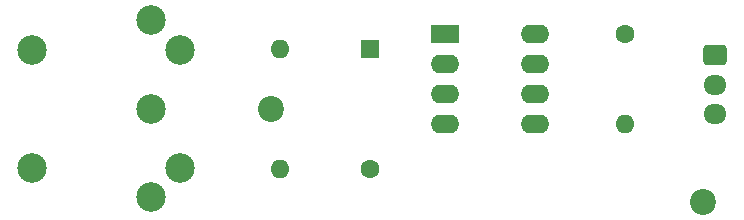
<source format=gbr>
%TF.GenerationSoftware,KiCad,Pcbnew,(6.0.1)*%
%TF.CreationDate,2022-02-12T00:31:54+11:00*%
%TF.ProjectId,VolcaModularMidi,566f6c63-614d-46f6-9475-6c61724d6964,rev?*%
%TF.SameCoordinates,Original*%
%TF.FileFunction,Soldermask,Bot*%
%TF.FilePolarity,Negative*%
%FSLAX46Y46*%
G04 Gerber Fmt 4.6, Leading zero omitted, Abs format (unit mm)*
G04 Created by KiCad (PCBNEW (6.0.1)) date 2022-02-12 00:31:54*
%MOMM*%
%LPD*%
G01*
G04 APERTURE LIST*
G04 Aperture macros list*
%AMRoundRect*
0 Rectangle with rounded corners*
0 $1 Rounding radius*
0 $2 $3 $4 $5 $6 $7 $8 $9 X,Y pos of 4 corners*
0 Add a 4 corners polygon primitive as box body*
4,1,4,$2,$3,$4,$5,$6,$7,$8,$9,$2,$3,0*
0 Add four circle primitives for the rounded corners*
1,1,$1+$1,$2,$3*
1,1,$1+$1,$4,$5*
1,1,$1+$1,$6,$7*
1,1,$1+$1,$8,$9*
0 Add four rect primitives between the rounded corners*
20,1,$1+$1,$2,$3,$4,$5,0*
20,1,$1+$1,$4,$5,$6,$7,0*
20,1,$1+$1,$6,$7,$8,$9,0*
20,1,$1+$1,$8,$9,$2,$3,0*%
G04 Aperture macros list end*
%ADD10C,2.200000*%
%ADD11C,1.600000*%
%ADD12O,1.600000X1.600000*%
%ADD13RoundRect,0.250000X-0.725000X0.600000X-0.725000X-0.600000X0.725000X-0.600000X0.725000X0.600000X0*%
%ADD14O,1.950000X1.700000*%
%ADD15C,2.499360*%
%ADD16R,2.400000X1.600000*%
%ADD17O,2.400000X1.600000*%
%ADD18R,1.600000X1.600000*%
G04 APERTURE END LIST*
D10*
%TO.C,REF\u002A\u002A*%
X136144000Y-78994000D03*
%TD*%
D11*
%TO.C,R2*%
X129540000Y-64770000D03*
D12*
X129540000Y-72390000D03*
%TD*%
D13*
%TO.C,J1*%
X137160000Y-66580000D03*
D14*
X137160000Y-69080000D03*
X137160000Y-71580000D03*
%TD*%
D11*
%TO.C,R1*%
X107950000Y-76200000D03*
D12*
X100330000Y-76200000D03*
%TD*%
D15*
%TO.C,J2*%
X79362300Y-66118740D03*
X79362300Y-76121260D03*
X89357200Y-78618080D03*
X89359740Y-71120000D03*
X89357200Y-63621920D03*
X91859100Y-76116180D03*
X91859100Y-66123820D03*
%TD*%
D16*
%TO.C,U1*%
X114300000Y-64780000D03*
D17*
X114300000Y-67320000D03*
X114300000Y-69860000D03*
X114300000Y-72400000D03*
X121920000Y-72400000D03*
X121920000Y-69860000D03*
X121920000Y-67320000D03*
X121920000Y-64780000D03*
%TD*%
D18*
%TO.C,D1*%
X107950000Y-66040000D03*
D12*
X100330000Y-66040000D03*
%TD*%
D10*
%TO.C,REF\u002A\u002A*%
X99568000Y-71120000D03*
%TD*%
M02*

</source>
